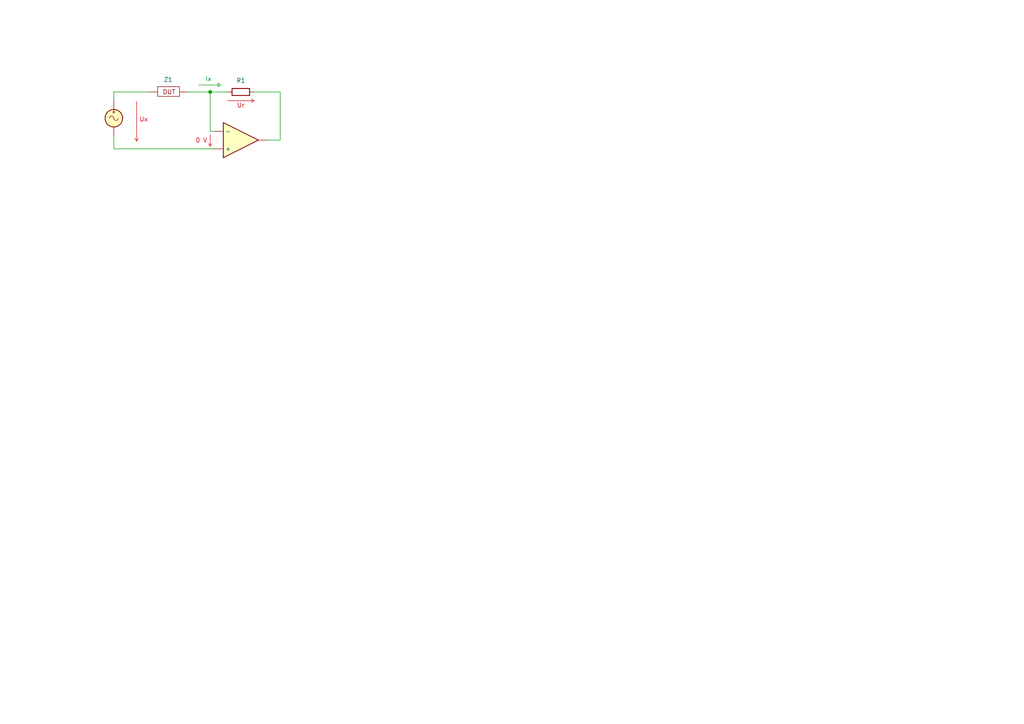
<source format=kicad_sch>
(kicad_sch (version 20250114) (generator "eeschema") (generator_version "9.0")
  (paper "A4")
  (lib_symbols
    (symbol "Device:R" (pin_numbers (hide yes)) (pin_names (offset 0))
      (property "Reference" "R" (at 2.032 0 90))
      (property "Value" "R" (at 0 0 90))
      (symbol "R_0_1"
        (rectangle (start -1.016 -2.54) (end 1.016 2.54) (stroke (width 0.254)))
      )
      (symbol "R_1_1"
        (pin passive line (at 0 3.81 270) (length 1.27) (name "~") (number "1"))
        (pin passive line (at 0 -3.81 90) (length 1.27) (name "~") (number "2"))
      )
    )
    (symbol "Simulation_SPICE:VSIN" (pin_numbers (hide yes)) (pin_names (offset 0.0254))
      (property "Reference" "V" (at 2.54 2.54 0))
      (property "Value" "VSIN" (at 2.54 0 0))
      (property "Sim.Params" "dc=0 ampl=1 f=1k ac=1" (at 2.54 -2.54 0))
      (symbol "VSIN_0_0"
        (arc (start -1.27 0) (mid -0.635 0.6323) (end 0 0))
        (arc (start 1.27 0) (mid 0.635 -0.6323) (end 0 0))
        (text "+" (at 0 1.905 0) (effects (font (size 1.27 1.27))))
      )
      (symbol "VSIN_0_1"
        (circle (center 0 0) (radius 2.54) (stroke (width 0.254)) (fill (type background)))
      )
      (symbol "VSIN_1_1"
        (pin passive line (at 0 5.08 270) (length 2.54) (name "~") (number "1"))
        (pin passive line (at 0 -5.08 90) (length 2.54) (name "~") (number "2"))
      )
    )
    (symbol "custom_symbols_bakalarka:DUT"
      (property "Reference" "Z" (at 0.762 -2.794 0))
      (symbol "DUT_0_1"
        (rectangle (start -2.54 1.524) (end 3.81 -1.27))
      )
      (symbol "DUT_1_1"
        (text "DUT" (at 0.762 0 0) (effects (font (size 1.27 1.27))))
        (pin bidirectional line (at -5.08 0 0) (length 2.54) (name "") (number ""))
        (pin bidirectional line (at 6.35 0 180) (length 2.54) (name "") (number ""))
      )
    )
    (symbol "custom_symbols_bakalarka:OPAMP_common"
      (property "Reference" "U" (at 0 0 0))
      (symbol "OPAMP_common_1_1"
        (polyline (pts (xy 3.81 5.08) (xy 13.97 0) (xy 3.81 -5.08) (xy 3.81 5.08)) (stroke (width 0.254)) (fill (type background)))
        (pin input line (at 1.27 2.54 0) (length 2.54) (name "+") (number ""))
        (pin input line (at 1.27 -2.54 0) (length 2.54) (name "-") (number ""))
        (pin output line (at 16.51 0 180) (length 2.54) (name "~") (number ""))
      )
    )
  )
  (text "Ux" (at 41.656 34.798 0) (effects (font (size 1.27 1.27))))
  (text "Ur" (at 69.85 30.734 0) (effects (font (size 1.27 1.27))))
  (text "Ix" (at 60.452 23.114 0) (effects (font (size 1.27 1.27))))
  (text "0 V" (at 58.42 40.894 0) (effects (font (size 1.27 1.27))))
  (junction (at 60.96 26.67))
  (polyline (pts (xy 73.66 29.21) (xy 72.898 28.702)) (stroke (width 0) (type solid) (color 213 0 18 1)))
  (wire (pts (xy 33.02 39.37) (xy 33.02 43.18)))
  (polyline (pts (xy 57.658 24.638) (xy 63.246 24.638)) (stroke (width 0) (color 0 142 7 1)))
  (wire (pts (xy 60.96 26.67) (xy 66.04 26.67)))
  (wire (pts (xy 81.28 26.67) (xy 81.28 40.64)))
  (wire (pts (xy 62.23 38.1) (xy 60.96 38.1)))
  (polyline (pts (xy 39.624 40.894) (xy 40.132 40.132)) (stroke (width 0) (type solid) (color 213 0 18 1)))
  (polyline (pts (xy 60.452 41.656) (xy 60.96 42.418)) (stroke (width 0) (type solid) (color 213 0 18 1)))
  (wire (pts (xy 33.02 43.18) (xy 62.23 43.18)))
  (wire (pts (xy 81.28 40.64) (xy 77.47 40.64)))
  (polyline (pts (xy 63.246 24.13) (xy 64.008 24.638)) (stroke (width 0) (color 0 142 7 1)))
  (wire (pts (xy 60.96 26.67) (xy 60.96 38.1)))
  (polyline (pts (xy 72.898 29.718) (xy 73.66 29.21)) (stroke (width 0) (type solid) (color 213 0 18 1)))
  (polyline (pts (xy 66.04 29.21) (xy 73.66 29.21)) (stroke (width 0) (type solid) (color 213 0 18 1)))
  (wire (pts (xy 73.66 26.67) (xy 81.28 26.67)))
  (polyline (pts (xy 39.116 40.132) (xy 39.624 40.894)) (stroke (width 0) (type solid) (color 213 0 18 1)))
  (polyline (pts (xy 63.246 24.13) (xy 63.246 25.146)) (stroke (width 0) (color 0 142 7 1)))
  (polyline (pts (xy 63.246 25.146) (xy 64.008 24.638)) (stroke (width 0) (color 0 142 7 1)))
  (polyline (pts (xy 60.96 39.116) (xy 60.96 42.418)) (stroke (width 0) (type solid) (color 213 0 18 1)))
  (wire (pts (xy 33.02 26.67) (xy 33.02 29.21)))
  (wire (pts (xy 60.96 26.67) (xy 54.61 26.67)))
  (polyline (pts (xy 39.624 29.464) (xy 39.624 40.894)) (stroke (width 0) (type solid) (color 213 0 18 1)))
  (wire (pts (xy 43.18 26.67) (xy 33.02 26.67)))
  (polyline (pts (xy 60.96 42.418) (xy 61.468 41.656)) (stroke (width 0) (type solid) (color 213 0 18 1)))
  (symbol (lib_id "custom_symbols_bakalarka:DUT") (at 48.26 26.67 0) (unit 1)
    (property "Reference" "Z1" (at 48.768 23.114 0))
  )
  (symbol (lib_id "Device:R") (at 69.85 26.67 90) (unit 1)
    (property "Reference" "R1" (at 69.85 23.368 90))
    (property "Value" "R" (effects (hide yes)))
    (property "Description" "Resistor" (effects (hide yes)))
  )
  (symbol (lib_id "Simulation_SPICE:VSIN") (at 33.02 34.29 0) (unit 1)
    (property "Reference" "U1" (effects (hide yes)))
    (property "Value" "VSIN" (effects (hide yes)))
    (property "Datasheet" "https://ngspice.sourceforge.io/docs/ngspice-html-manual/manual.xhtml#sec_Independent_Sources_for" (effects (hide yes)))
    (property "Description" "Voltage source, sinusoidal" (effects (hide yes)))
    (property "Sim.Pins" "1=+ 2=-" (effects (hide yes)))
    (property "Sim.Params" "dc=0 ampl=1 f=1k ac=1" (effects (hide yes)))
    (property "Sim.Type" "SIN" (effects (hide yes)))
    (property "Sim.Device" "V" (effects (hide yes)))
  )
  (symbol (lib_id "custom_symbols_bakalarka:OPAMP_common") (at 60.96 40.64 0) (mirror x) (unit 1)
    (property "Reference" "U2" (effects (hide yes)))
  )
)
</source>
